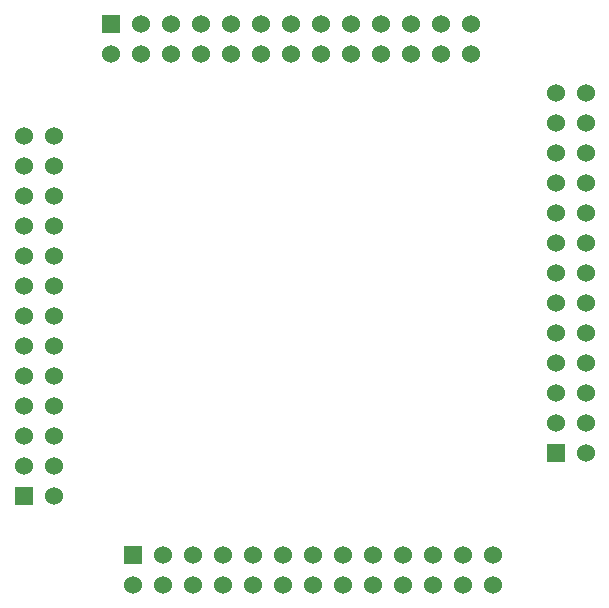
<source format=gbl>
G04*
G04 #@! TF.GenerationSoftware,Altium Limited,Altium Designer,22.7.1 (60)*
G04*
G04 Layer_Physical_Order=2*
G04 Layer_Color=16711680*
%FSLAX25Y25*%
%MOIN*%
G70*
G04*
G04 #@! TF.SameCoordinates,BF298F06-0039-4E40-975A-608DE0A09416*
G04*
G04*
G04 #@! TF.FilePolarity,Positive*
G04*
G01*
G75*
%ADD36C,0.06000*%
%ADD37R,0.06000X0.06000*%
%ADD38R,0.06000X0.06000*%
D36*
X57000Y201000D02*
D03*
X47000Y191000D02*
D03*
X57000D02*
D03*
X77000D02*
D03*
X87000D02*
D03*
X97000D02*
D03*
X107000D02*
D03*
X117000D02*
D03*
X127000D02*
D03*
X137000D02*
D03*
X147000D02*
D03*
X157000D02*
D03*
X167000D02*
D03*
X67000D02*
D03*
X77000Y201000D02*
D03*
X87000D02*
D03*
X97000D02*
D03*
X107000D02*
D03*
X117000D02*
D03*
X127000D02*
D03*
X137000D02*
D03*
X147000D02*
D03*
X157000D02*
D03*
X167000D02*
D03*
X67000D02*
D03*
X195500Y68000D02*
D03*
X205500Y58000D02*
D03*
Y68000D02*
D03*
Y88000D02*
D03*
Y98000D02*
D03*
Y108000D02*
D03*
Y118000D02*
D03*
Y128000D02*
D03*
Y138000D02*
D03*
Y148000D02*
D03*
Y158000D02*
D03*
Y168000D02*
D03*
Y178000D02*
D03*
Y78000D02*
D03*
X195500Y88000D02*
D03*
Y98000D02*
D03*
Y108000D02*
D03*
Y118000D02*
D03*
Y128000D02*
D03*
Y138000D02*
D03*
Y148000D02*
D03*
Y158000D02*
D03*
Y168000D02*
D03*
Y178000D02*
D03*
Y78000D02*
D03*
X64500Y24000D02*
D03*
X54500Y14000D02*
D03*
X64500D02*
D03*
X84500D02*
D03*
X94500D02*
D03*
X104500D02*
D03*
X114500D02*
D03*
X124500D02*
D03*
X134500D02*
D03*
X144500D02*
D03*
X154500D02*
D03*
X164500D02*
D03*
X174500D02*
D03*
X74500D02*
D03*
X84500Y24000D02*
D03*
X94500D02*
D03*
X104500D02*
D03*
X114500D02*
D03*
X124500D02*
D03*
X134500D02*
D03*
X144500D02*
D03*
X154500D02*
D03*
X164500D02*
D03*
X174500D02*
D03*
X74500D02*
D03*
X18000Y53500D02*
D03*
X28000Y43500D02*
D03*
Y53500D02*
D03*
Y73500D02*
D03*
Y83500D02*
D03*
Y93500D02*
D03*
Y103500D02*
D03*
Y113500D02*
D03*
Y123500D02*
D03*
Y133500D02*
D03*
Y143500D02*
D03*
Y153500D02*
D03*
Y163500D02*
D03*
Y63500D02*
D03*
X18000Y73500D02*
D03*
Y83500D02*
D03*
Y93500D02*
D03*
Y103500D02*
D03*
Y113500D02*
D03*
Y123500D02*
D03*
Y133500D02*
D03*
Y143500D02*
D03*
Y153500D02*
D03*
Y163500D02*
D03*
Y63500D02*
D03*
D37*
X47000Y201000D02*
D03*
X54500Y24000D02*
D03*
D38*
X195500Y58000D02*
D03*
X18000Y43500D02*
D03*
M02*

</source>
